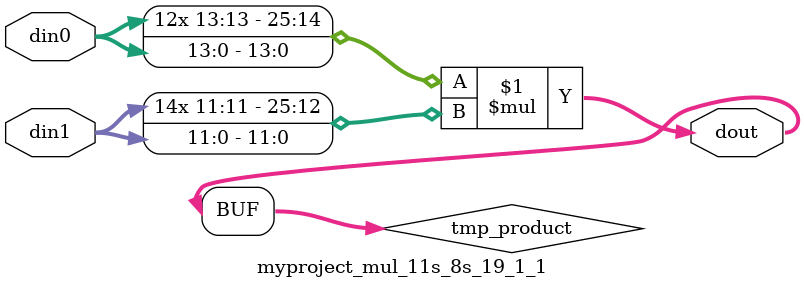
<source format=v>

`timescale 1 ns / 1 ps

 module myproject_mul_11s_8s_19_1_1(din0, din1, dout);
parameter ID = 1;
parameter NUM_STAGE = 0;
parameter din0_WIDTH = 14;
parameter din1_WIDTH = 12;
parameter dout_WIDTH = 26;

input [din0_WIDTH - 1 : 0] din0; 
input [din1_WIDTH - 1 : 0] din1; 
output [dout_WIDTH - 1 : 0] dout;

wire signed [dout_WIDTH - 1 : 0] tmp_product;



























assign tmp_product = $signed(din0) * $signed(din1);








assign dout = tmp_product;





















endmodule

</source>
